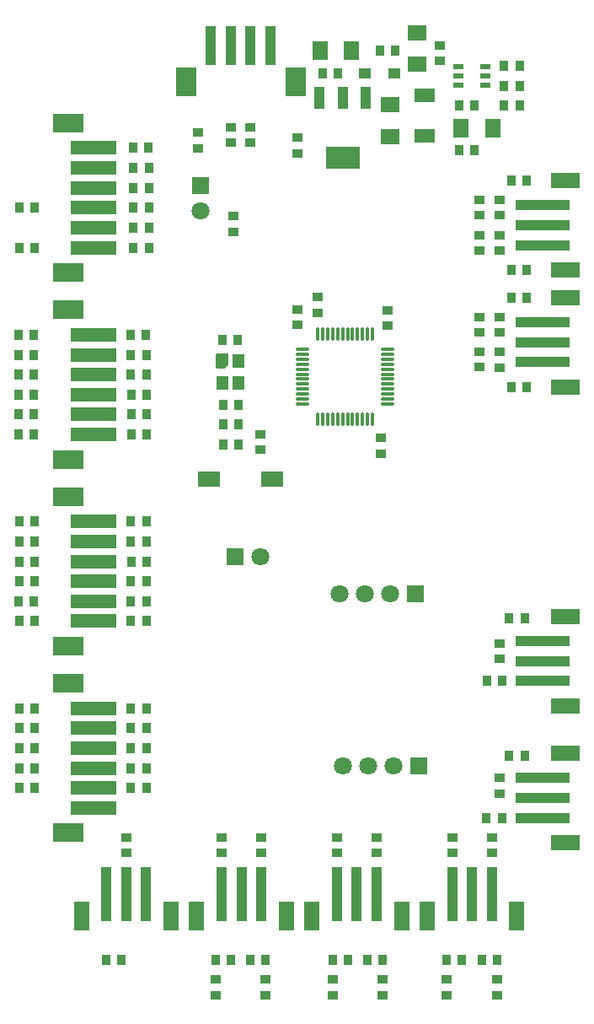
<source format=gbr>
%TF.GenerationSoftware,KiCad,Pcbnew,8.0.2*%
%TF.CreationDate,2025-05-12T10:49:56+08:00*%
%TF.ProjectId,ternel_box,7465726e-656c-45f6-926f-782e6b696361,rev?*%
%TF.SameCoordinates,PX7233d70PY8583b00*%
%TF.FileFunction,Soldermask,Top*%
%TF.FilePolarity,Negative*%
%FSLAX46Y46*%
G04 Gerber Fmt 4.6, Leading zero omitted, Abs format (unit mm)*
G04 Created by KiCad (PCBNEW 8.0.2) date 2025-05-12 10:49:56*
%MOMM*%
%LPD*%
G01*
G04 APERTURE LIST*
G04 Aperture macros list*
%AMRoundRect*
0 Rectangle with rounded corners*
0 $1 Rounding radius*
0 $2 $3 $4 $5 $6 $7 $8 $9 X,Y pos of 4 corners*
0 Add a 4 corners polygon primitive as box body*
4,1,4,$2,$3,$4,$5,$6,$7,$8,$9,$2,$3,0*
0 Add four circle primitives for the rounded corners*
1,1,$1+$1,$2,$3*
1,1,$1+$1,$4,$5*
1,1,$1+$1,$6,$7*
1,1,$1+$1,$8,$9*
0 Add four rect primitives between the rounded corners*
20,1,$1+$1,$2,$3,$4,$5,0*
20,1,$1+$1,$4,$5,$6,$7,0*
20,1,$1+$1,$6,$7,$8,$9,0*
20,1,$1+$1,$8,$9,$2,$3,0*%
%AMFreePoly0*
4,1,15,0.380426,0.617426,0.381388,0.616442,0.743388,0.237442,0.760000,0.196000,0.760000,-0.575000,0.742426,-0.617426,0.700000,-0.635000,-0.700000,-0.635000,-0.742426,-0.617426,-0.760000,-0.575000,-0.760000,0.575000,-0.742426,0.617426,-0.700000,0.635000,0.338000,0.635000,0.380426,0.617426,0.380426,0.617426,$1*%
G04 Aperture macros list end*
%ADD10R,0.930000X0.980000*%
%ADD11R,0.980000X0.930000*%
%ADD12R,1.800000X1.800000*%
%ADD13C,1.800000*%
%ADD14R,1.250000X1.000000*%
%ADD15R,2.300000X1.600000*%
%ADD16RoundRect,0.050800X0.864000X-0.742500X0.864000X0.742500X-0.864000X0.742500X-0.864000X-0.742500X0*%
%ADD17RoundRect,0.050800X-0.742500X-0.864000X0.742500X-0.864000X0.742500X0.864000X-0.742500X0.864000X0*%
%ADD18RoundRect,0.050000X-2.250000X0.600000X-2.250000X-0.600000X2.250000X-0.600000X2.250000X0.600000X0*%
%ADD19RoundRect,0.050000X-1.500000X0.900000X-1.500000X-0.900000X1.500000X-0.900000X1.500000X0.900000X0*%
%ADD20FreePoly0,270.000000*%
%ADD21R,1.150000X1.400000*%
%ADD22R,1.000000X5.500000*%
%ADD23R,1.600000X3.000000*%
%ADD24R,1.000000X2.200000*%
%ADD25R,3.500000X2.200000*%
%ADD26R,2.120000X1.400000*%
%ADD27R,5.500000X1.000000*%
%ADD28R,3.000000X1.600000*%
%ADD29R,1.100000X0.600000*%
%ADD30R,1.000000X4.000000*%
%ADD31R,2.000000X3.000000*%
%ADD32O,1.500000X0.270000*%
%ADD33O,0.270000X1.500000*%
G04 APERTURE END LIST*
D10*
%TO.C,R52*%
X1480000Y39000000D03*
X3020000Y39000000D03*
%TD*%
D11*
%TO.C,R8*%
X47772712Y66024028D03*
X47772712Y64484028D03*
%TD*%
%TO.C,C32*%
X31500000Y69980000D03*
X31500000Y71520000D03*
%TD*%
%TO.C,C12*%
X49750000Y76230000D03*
X49750000Y77770000D03*
%TD*%
D12*
%TO.C,P9*%
X41620000Y24500000D03*
D13*
X39080000Y24500000D03*
X36540000Y24500000D03*
X34000000Y24500000D03*
%TD*%
D10*
%TO.C,R48*%
X1460000Y67750000D03*
X3000000Y67750000D03*
%TD*%
%TO.C,R41*%
X14520000Y76500000D03*
X12980000Y76500000D03*
%TD*%
D14*
%TO.C,D1*%
X36275000Y94000000D03*
X39225000Y94000000D03*
%TD*%
D11*
%TO.C,C30*%
X37800000Y57370000D03*
X37800000Y55830000D03*
%TD*%
%TO.C,C29*%
X25750000Y57770000D03*
X25750000Y56230000D03*
%TD*%
%TO.C,R9*%
X47770000Y68000000D03*
X47770000Y69540000D03*
%TD*%
D15*
%TO.C,K1*%
X26900000Y53250000D03*
X20600000Y53250000D03*
%TD*%
D10*
%TO.C,C18*%
X51770000Y90750000D03*
X50230000Y90750000D03*
%TD*%
D11*
%TO.C,R73*%
X23000000Y78100000D03*
X23000000Y79640000D03*
%TD*%
D10*
%TO.C,R5*%
X21980000Y58750000D03*
X23520000Y58750000D03*
%TD*%
%TO.C,R28*%
X12980000Y78500000D03*
X14520000Y78500000D03*
%TD*%
%TO.C,R33*%
X1480000Y45000000D03*
X3020000Y45000000D03*
%TD*%
D16*
%TO.C,C20*%
X38750000Y87657400D03*
X38750000Y90842600D03*
%TD*%
D11*
%TO.C,R20*%
X49000000Y17270000D03*
X49000000Y15730000D03*
%TD*%
D10*
%TO.C,R63*%
X1480000Y26250000D03*
X3020000Y26250000D03*
%TD*%
%TO.C,R53*%
X14270000Y63750000D03*
X12730000Y63750000D03*
%TD*%
D11*
%TO.C,R15*%
X21833333Y17270000D03*
X21833333Y15730000D03*
%TD*%
%TO.C,R18*%
X37416666Y17270000D03*
X37416666Y15730000D03*
%TD*%
D10*
%TO.C,C8*%
X44460000Y5000000D03*
X46000000Y5000000D03*
%TD*%
D17*
%TO.C,C16*%
X31707400Y96250000D03*
X34892600Y96250000D03*
%TD*%
D18*
%TO.C,P3*%
X9000000Y49000000D03*
X9000000Y47000000D03*
X9000000Y45000000D03*
X9000000Y43000000D03*
X9000000Y41000000D03*
X9000000Y39000000D03*
D19*
X6450000Y36499900D03*
X6450000Y51499900D03*
%TD*%
D10*
%TO.C,R38*%
X52280594Y39250000D03*
X50740594Y39250000D03*
%TD*%
D11*
%TO.C,R24*%
X33020000Y1480000D03*
X33020000Y3020000D03*
%TD*%
D10*
%TO.C,R31*%
X14290000Y45000000D03*
X12750000Y45000000D03*
%TD*%
D16*
%TO.C,C24*%
X41500000Y94907400D03*
X41500000Y98092600D03*
%TD*%
D11*
%TO.C,R17*%
X33416666Y17270000D03*
X33416666Y15730000D03*
%TD*%
D10*
%TO.C,R35*%
X48480000Y33000000D03*
X50020000Y33000000D03*
%TD*%
D20*
%TO.C,X1*%
X21950000Y65100000D03*
D21*
X21950000Y62900000D03*
X23550000Y62900000D03*
X23550000Y65100000D03*
%TD*%
D10*
%TO.C,C19*%
X31980000Y94000000D03*
X33520000Y94000000D03*
%TD*%
%TO.C,R32*%
X1480000Y47000000D03*
X3020000Y47000000D03*
%TD*%
D11*
%TO.C,R4*%
X22750000Y88570000D03*
X22750000Y87030000D03*
%TD*%
%TO.C,C5*%
X49750000Y69540000D03*
X49750000Y68000000D03*
%TD*%
D18*
%TO.C,P1*%
X9000000Y86500000D03*
X9000000Y84500000D03*
X9000000Y82500000D03*
X9000000Y80500000D03*
X9000000Y78500000D03*
X9000000Y76500000D03*
D19*
X6450000Y73999900D03*
X6450000Y88999900D03*
%TD*%
D10*
%TO.C,R69*%
X1480000Y24250000D03*
X3020000Y24250000D03*
%TD*%
%TO.C,R39*%
X1480000Y43000000D03*
X3020000Y43000000D03*
%TD*%
%TO.C,R11*%
X1460000Y57750000D03*
X3000000Y57750000D03*
%TD*%
D12*
%TO.C,P8*%
X19750000Y82750000D03*
D13*
X19750000Y80210000D03*
%TD*%
D10*
%TO.C,R50*%
X14270000Y39000000D03*
X12730000Y39000000D03*
%TD*%
%TO.C,C17*%
X45730000Y86250000D03*
X47270000Y86250000D03*
%TD*%
%TO.C,R49*%
X1460000Y65750000D03*
X3000000Y65750000D03*
%TD*%
%TO.C,R6*%
X14290000Y57750000D03*
X12750000Y57750000D03*
%TD*%
%TO.C,C3*%
X38040000Y5000000D03*
X36500000Y5000000D03*
%TD*%
D22*
%TO.C,J3*%
X33416666Y11625000D03*
X35416666Y11625000D03*
X37416666Y11625000D03*
D23*
X39916666Y9375000D03*
X30916666Y9375000D03*
%TD*%
D22*
%TO.C,J1*%
X10250000Y11625000D03*
X12250000Y11625000D03*
X14250000Y11625000D03*
D23*
X16750000Y9375000D03*
X7750000Y9375000D03*
%TD*%
D24*
%TO.C,U1*%
X36300000Y91500000D03*
D25*
X34000000Y85500000D03*
D24*
X34000000Y91500000D03*
X31700000Y91500000D03*
%TD*%
D11*
%TO.C,C33*%
X38500000Y68630000D03*
X38500000Y70170000D03*
%TD*%
D10*
%TO.C,C4*%
X49500000Y5000000D03*
X47960000Y5000000D03*
%TD*%
D11*
%TO.C,R27*%
X49500000Y1480000D03*
X49500000Y3020000D03*
%TD*%
D10*
%TO.C,R14*%
X52520000Y71500000D03*
X50980000Y71500000D03*
%TD*%
%TO.C,R54*%
X14290000Y61750000D03*
X12750000Y61750000D03*
%TD*%
D11*
%TO.C,R19*%
X45000000Y17270000D03*
X45000000Y15730000D03*
%TD*%
D10*
%TO.C,C28*%
X23550000Y60750000D03*
X22010000Y60750000D03*
%TD*%
D11*
%TO.C,C10*%
X49750000Y36770000D03*
X49750000Y35230000D03*
%TD*%
D26*
%TO.C,L1*%
X42250000Y87722000D03*
X42250000Y91778000D03*
%TD*%
D22*
%TO.C,J4*%
X45000000Y11625000D03*
X47000000Y11625000D03*
X49000000Y11625000D03*
D23*
X51500000Y9375000D03*
X42500000Y9375000D03*
%TD*%
D10*
%TO.C,R12*%
X1480000Y49000000D03*
X3020000Y49000000D03*
%TD*%
%TO.C,R58*%
X14290000Y59750000D03*
X12750000Y59750000D03*
%TD*%
%TO.C,R56*%
X1460000Y63750000D03*
X3000000Y63750000D03*
%TD*%
D27*
%TO.C,J5*%
X54125000Y19250000D03*
X54125000Y21250000D03*
X54125000Y23250000D03*
D28*
X56375000Y25750000D03*
X56375000Y16750000D03*
%TD*%
D10*
%TO.C,R68*%
X14270000Y24250000D03*
X12730000Y24250000D03*
%TD*%
D27*
%TO.C,J7*%
X54125000Y65000000D03*
X54125000Y67000000D03*
X54125000Y69000000D03*
D28*
X56375000Y71500000D03*
X56375000Y62500000D03*
%TD*%
D17*
%TO.C,C15*%
X45907400Y88500000D03*
X49092600Y88500000D03*
%TD*%
D11*
%TO.C,R3*%
X24750000Y88570000D03*
X24750000Y87030000D03*
%TD*%
D10*
%TO.C,R1*%
X50230000Y92750000D03*
X51770000Y92750000D03*
%TD*%
%TO.C,R21*%
X12980000Y82500000D03*
X14520000Y82500000D03*
%TD*%
%TO.C,R67*%
X52520000Y83250000D03*
X50980000Y83250000D03*
%TD*%
%TO.C,R44*%
X14270000Y41000000D03*
X12730000Y41000000D03*
%TD*%
%TO.C,R13*%
X52520000Y62500000D03*
X50980000Y62500000D03*
%TD*%
%TO.C,R43*%
X1480000Y76500000D03*
X3020000Y76500000D03*
%TD*%
D11*
%TO.C,R64*%
X47770000Y77770000D03*
X47770000Y76230000D03*
%TD*%
D10*
%TO.C,R37*%
X52280594Y25500000D03*
X50740594Y25500000D03*
%TD*%
D29*
%TO.C,U2*%
X48350000Y92800000D03*
X48350000Y93750000D03*
X48350000Y94700000D03*
X45650000Y94700000D03*
X45650000Y93750000D03*
X45650000Y92800000D03*
%TD*%
D10*
%TO.C,R62*%
X1480000Y28250000D03*
X3020000Y28250000D03*
%TD*%
D11*
%TO.C,C9*%
X49750000Y23250000D03*
X49750000Y21710000D03*
%TD*%
%TO.C,R29*%
X12250000Y15730000D03*
X12250000Y17270000D03*
%TD*%
D10*
%TO.C,C21*%
X47270000Y90750000D03*
X45730000Y90750000D03*
%TD*%
%TO.C,R61*%
X1460000Y59750000D03*
X3000000Y59750000D03*
%TD*%
D11*
%TO.C,C11*%
X49750000Y64480000D03*
X49750000Y66020000D03*
%TD*%
D10*
%TO.C,R65*%
X52520000Y74250000D03*
X50980000Y74250000D03*
%TD*%
%TO.C,C2*%
X26270000Y5000000D03*
X24730000Y5000000D03*
%TD*%
D11*
%TO.C,R22*%
X21230000Y1480000D03*
X21230000Y3020000D03*
%TD*%
D27*
%TO.C,J6*%
X54125000Y33000000D03*
X54125000Y35000000D03*
X54125000Y37000000D03*
D28*
X56375000Y39500000D03*
X56375000Y30500000D03*
%TD*%
D10*
%TO.C,R71*%
X1480000Y22250000D03*
X3020000Y22250000D03*
%TD*%
%TO.C,R7*%
X14270000Y49000000D03*
X12730000Y49000000D03*
%TD*%
%TO.C,C25*%
X37730000Y96250000D03*
X39270000Y96250000D03*
%TD*%
D11*
%TO.C,R26*%
X44460000Y1480000D03*
X44460000Y3020000D03*
%TD*%
D10*
%TO.C,R36*%
X14270000Y43000000D03*
X12730000Y43000000D03*
%TD*%
D18*
%TO.C,P4*%
X9000000Y30250000D03*
X9000000Y28250000D03*
X9000000Y26250000D03*
X9000000Y24250000D03*
X9000000Y22250000D03*
X9000000Y20250000D03*
D19*
X6450000Y17749900D03*
X6450000Y32749900D03*
%TD*%
D18*
%TO.C,P2*%
X9000000Y67750000D03*
X9000000Y65750000D03*
X9000000Y63750000D03*
X9000000Y61750000D03*
X9000000Y59750000D03*
X9000000Y57750000D03*
D19*
X6450000Y55249900D03*
X6450000Y70249900D03*
%TD*%
D22*
%TO.C,J2*%
X21833333Y11625000D03*
X23833333Y11625000D03*
X25833333Y11625000D03*
D23*
X28333333Y9375000D03*
X19333333Y9375000D03*
%TD*%
D10*
%TO.C,R57*%
X1460000Y61750000D03*
X3000000Y61750000D03*
%TD*%
%TO.C,R55*%
X1480000Y30250000D03*
X3020000Y30250000D03*
%TD*%
%TO.C,C6*%
X21230000Y5000000D03*
X22770000Y5000000D03*
%TD*%
D30*
%TO.C,P5*%
X26750000Y96749500D03*
X24750000Y96749500D03*
X22750000Y96749500D03*
X20750000Y96749500D03*
D31*
X18250000Y93124500D03*
X29250000Y93124500D03*
%TD*%
D10*
%TO.C,R46*%
X14250000Y67750000D03*
X12710000Y67750000D03*
%TD*%
%TO.C,R2*%
X51770000Y94750000D03*
X50230000Y94750000D03*
%TD*%
D11*
%TO.C,C23*%
X43750000Y95280000D03*
X43750000Y96820000D03*
%TD*%
D10*
%TO.C,C1*%
X10250000Y5000000D03*
X11790000Y5000000D03*
%TD*%
%TO.C,R59*%
X14270000Y28250000D03*
X12730000Y28250000D03*
%TD*%
D11*
%TO.C,C31*%
X29500000Y68730000D03*
X29500000Y70270000D03*
%TD*%
D10*
%TO.C,R40*%
X14520000Y80500000D03*
X12980000Y80500000D03*
%TD*%
%TO.C,C7*%
X33020000Y5000000D03*
X34560000Y5000000D03*
%TD*%
%TO.C,R60*%
X14270000Y26250000D03*
X12730000Y26250000D03*
%TD*%
D32*
%TO.C,U3*%
X30000000Y66300000D03*
X30000000Y65800000D03*
X30000000Y65300000D03*
X30000000Y64800000D03*
X30000000Y64300000D03*
X30000000Y63800000D03*
X30000000Y63300000D03*
X30000000Y62800000D03*
X30000000Y62300000D03*
X30000000Y61800000D03*
X30000000Y61300000D03*
X30000000Y60800000D03*
D33*
X31500000Y59300000D03*
X32000000Y59300000D03*
X32500000Y59300000D03*
X33000000Y59300000D03*
X33500000Y59300000D03*
X34000000Y59300000D03*
X34500000Y59300000D03*
X35000000Y59300000D03*
X35500000Y59300000D03*
X36000000Y59300000D03*
X36500000Y59300000D03*
X37000000Y59300000D03*
D32*
X38500000Y60800000D03*
X38500000Y61300000D03*
X38500000Y61800000D03*
X38500000Y62300000D03*
X38500000Y62800000D03*
X38500000Y63300000D03*
X38500000Y63800000D03*
X38500000Y64300000D03*
X38500000Y64800000D03*
X38500000Y65300000D03*
X38500000Y65800000D03*
X38500000Y66300000D03*
D33*
X37000000Y67800000D03*
X36500000Y67800000D03*
X36000000Y67800000D03*
X35500000Y67800000D03*
X35000000Y67800000D03*
X34500000Y67800000D03*
X34000000Y67800000D03*
X33500000Y67800000D03*
X33000000Y67800000D03*
X32500000Y67800000D03*
X32000000Y67800000D03*
X31500000Y67800000D03*
%TD*%
D10*
%TO.C,C14*%
X12955000Y86499900D03*
X14495000Y86499900D03*
%TD*%
D12*
%TO.C,P7*%
X23230000Y45500000D03*
D13*
X25770000Y45500000D03*
%TD*%
D11*
%TO.C,R66*%
X47770000Y79730000D03*
X47770000Y81270000D03*
%TD*%
D12*
%TO.C,P6*%
X41290000Y41750000D03*
D13*
X38750000Y41750000D03*
X36210000Y41750000D03*
X33670000Y41750000D03*
%TD*%
D10*
%TO.C,R45*%
X1460000Y41000000D03*
X3000000Y41000000D03*
%TD*%
%TO.C,R42*%
X1480000Y80500000D03*
X3020000Y80500000D03*
%TD*%
%TO.C,R51*%
X14270000Y30250000D03*
X12730000Y30250000D03*
%TD*%
%TO.C,R70*%
X14270000Y22250000D03*
X12730000Y22250000D03*
%TD*%
%TO.C,R34*%
X48460000Y19250000D03*
X50000000Y19250000D03*
%TD*%
%TO.C,R30*%
X14270000Y47000000D03*
X12730000Y47000000D03*
%TD*%
D11*
%TO.C,C13*%
X49750000Y81270000D03*
X49750000Y79730000D03*
%TD*%
%TO.C,R23*%
X26270000Y1480000D03*
X26270000Y3020000D03*
%TD*%
D10*
%TO.C,C27*%
X21950000Y67250000D03*
X23490000Y67250000D03*
%TD*%
%TO.C,R47*%
X14270000Y65750000D03*
X12730000Y65750000D03*
%TD*%
D11*
%TO.C,R25*%
X38040000Y1480000D03*
X38040000Y3020000D03*
%TD*%
D27*
%TO.C,J8*%
X54125000Y76750000D03*
X54125000Y78750000D03*
X54125000Y80750000D03*
D28*
X56375000Y83250000D03*
X56375000Y74250000D03*
%TD*%
D11*
%TO.C,C22*%
X29500000Y85980000D03*
X29500000Y87520000D03*
%TD*%
D10*
%TO.C,C26*%
X23520000Y56750000D03*
X21980000Y56750000D03*
%TD*%
%TO.C,R10*%
X12980000Y84500000D03*
X14520000Y84500000D03*
%TD*%
D11*
%TO.C,R16*%
X25833333Y17270000D03*
X25833333Y15730000D03*
%TD*%
%TO.C,R72*%
X19500000Y88020000D03*
X19500000Y86480000D03*
%TD*%
M02*

</source>
